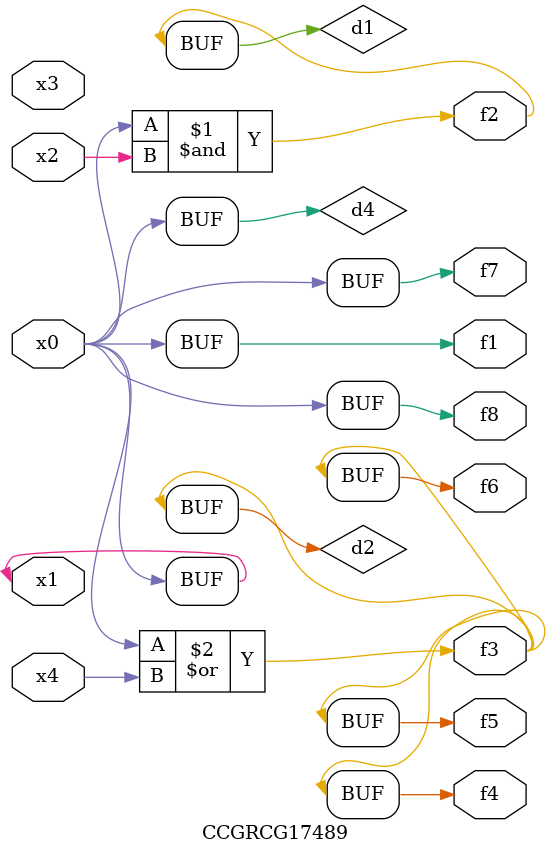
<source format=v>
module CCGRCG17489(
	input x0, x1, x2, x3, x4,
	output f1, f2, f3, f4, f5, f6, f7, f8
);

	wire d1, d2, d3, d4;

	and (d1, x0, x2);
	or (d2, x0, x4);
	nand (d3, x0, x2);
	buf (d4, x0, x1);
	assign f1 = d4;
	assign f2 = d1;
	assign f3 = d2;
	assign f4 = d2;
	assign f5 = d2;
	assign f6 = d2;
	assign f7 = d4;
	assign f8 = d4;
endmodule

</source>
